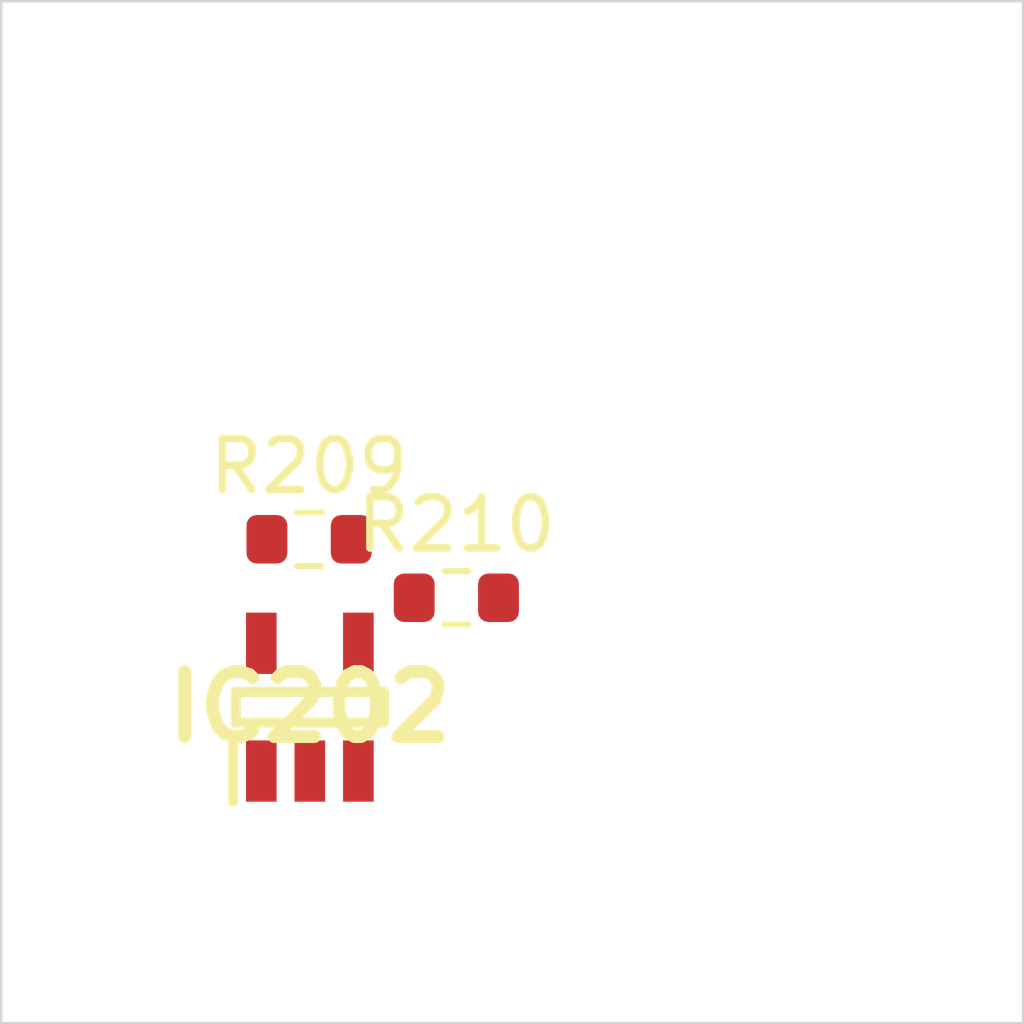
<source format=kicad_pcb>
 ( kicad_pcb  ( version 20171130 )
 ( host pcbnew 5.1.12-84ad8e8a86~92~ubuntu18.04.1 )
 ( general  ( thickness 1.6 )
 ( drawings 4 )
 ( tracks 0 )
 ( zones 0 )
 ( modules 3 )
 ( nets 5 )
)
 ( page A4 )
 ( layers  ( 0 F.Cu signal )
 ( 31 B.Cu signal )
 ( 32 B.Adhes user )
 ( 33 F.Adhes user )
 ( 34 B.Paste user )
 ( 35 F.Paste user )
 ( 36 B.SilkS user )
 ( 37 F.SilkS user )
 ( 38 B.Mask user )
 ( 39 F.Mask user )
 ( 40 Dwgs.User user )
 ( 41 Cmts.User user )
 ( 42 Eco1.User user )
 ( 43 Eco2.User user )
 ( 44 Edge.Cuts user )
 ( 45 Margin user )
 ( 46 B.CrtYd user )
 ( 47 F.CrtYd user )
 ( 48 B.Fab user )
 ( 49 F.Fab user )
)
 ( setup  ( last_trace_width 0.25 )
 ( trace_clearance 0.2 )
 ( zone_clearance 0.508 )
 ( zone_45_only no )
 ( trace_min 0.2 )
 ( via_size 0.8 )
 ( via_drill 0.4 )
 ( via_min_size 0.4 )
 ( via_min_drill 0.3 )
 ( uvia_size 0.3 )
 ( uvia_drill 0.1 )
 ( uvias_allowed no )
 ( uvia_min_size 0.2 )
 ( uvia_min_drill 0.1 )
 ( edge_width 0.05 )
 ( segment_width 0.2 )
 ( pcb_text_width 0.3 )
 ( pcb_text_size 1.5 1.5 )
 ( mod_edge_width 0.12 )
 ( mod_text_size 1 1 )
 ( mod_text_width 0.15 )
 ( pad_size 1.524 1.524 )
 ( pad_drill 0.762 )
 ( pad_to_mask_clearance 0 )
 ( aux_axis_origin 0 0 )
 ( visible_elements FFFFFF7F )
 ( pcbplotparams  ( layerselection 0x010fc_ffffffff )
 ( usegerberextensions false )
 ( usegerberattributes true )
 ( usegerberadvancedattributes true )
 ( creategerberjobfile true )
 ( excludeedgelayer true )
 ( linewidth 0.100000 )
 ( plotframeref false )
 ( viasonmask false )
 ( mode 1 )
 ( useauxorigin false )
 ( hpglpennumber 1 )
 ( hpglpenspeed 20 )
 ( hpglpendiameter 15.000000 )
 ( psnegative false )
 ( psa4output false )
 ( plotreference true )
 ( plotvalue true )
 ( plotinvisibletext false )
 ( padsonsilk false )
 ( subtractmaskfromsilk false )
 ( outputformat 1 )
 ( mirror false )
 ( drillshape 1 )
 ( scaleselection 1 )
 ( outputdirectory "" )
)
)
 ( net 0 "" )
 ( net 1 GND )
 ( net 2 VDDA )
 ( net 3 /Sheet6235D886/vp )
 ( net 4 "Net-(IC202-Pad3)" )
 ( net_class Default "This is the default net class."  ( clearance 0.2 )
 ( trace_width 0.25 )
 ( via_dia 0.8 )
 ( via_drill 0.4 )
 ( uvia_dia 0.3 )
 ( uvia_drill 0.1 )
 ( add_net /Sheet6235D886/vp )
 ( add_net GND )
 ( add_net "Net-(IC202-Pad3)" )
 ( add_net VDDA )
)
 ( module SOT95P280X145-5N locked  ( layer F.Cu )
 ( tedit 62336ED7 )
 ( tstamp 623423ED )
 ( at 86.038900 113.815000 90.000000 )
 ( descr DBV0005A )
 ( tags "Integrated Circuit" )
 ( path /6235D887/6266C08E )
 ( attr smd )
 ( fp_text reference IC202  ( at 0 0 )
 ( layer F.SilkS )
 ( effects  ( font  ( size 1.27 1.27 )
 ( thickness 0.254 )
)
)
)
 ( fp_text value TL071HIDBVR  ( at 0 0 )
 ( layer F.SilkS )
hide  ( effects  ( font  ( size 1.27 1.27 )
 ( thickness 0.254 )
)
)
)
 ( fp_line  ( start -1.85 -1.5 )
 ( end -0.65 -1.5 )
 ( layer F.SilkS )
 ( width 0.2 )
)
 ( fp_line  ( start -0.3 1.45 )
 ( end -0.3 -1.45 )
 ( layer F.SilkS )
 ( width 0.2 )
)
 ( fp_line  ( start 0.3 1.45 )
 ( end -0.3 1.45 )
 ( layer F.SilkS )
 ( width 0.2 )
)
 ( fp_line  ( start 0.3 -1.45 )
 ( end 0.3 1.45 )
 ( layer F.SilkS )
 ( width 0.2 )
)
 ( fp_line  ( start -0.3 -1.45 )
 ( end 0.3 -1.45 )
 ( layer F.SilkS )
 ( width 0.2 )
)
 ( fp_line  ( start -0.8 -0.5 )
 ( end 0.15 -1.45 )
 ( layer Dwgs.User )
 ( width 0.1 )
)
 ( fp_line  ( start -0.8 1.45 )
 ( end -0.8 -1.45 )
 ( layer Dwgs.User )
 ( width 0.1 )
)
 ( fp_line  ( start 0.8 1.45 )
 ( end -0.8 1.45 )
 ( layer Dwgs.User )
 ( width 0.1 )
)
 ( fp_line  ( start 0.8 -1.45 )
 ( end 0.8 1.45 )
 ( layer Dwgs.User )
 ( width 0.1 )
)
 ( fp_line  ( start -0.8 -1.45 )
 ( end 0.8 -1.45 )
 ( layer Dwgs.User )
 ( width 0.1 )
)
 ( fp_line  ( start -2.1 1.775 )
 ( end -2.1 -1.775 )
 ( layer Dwgs.User )
 ( width 0.05 )
)
 ( fp_line  ( start 2.1 1.775 )
 ( end -2.1 1.775 )
 ( layer Dwgs.User )
 ( width 0.05 )
)
 ( fp_line  ( start 2.1 -1.775 )
 ( end 2.1 1.775 )
 ( layer Dwgs.User )
 ( width 0.05 )
)
 ( fp_line  ( start -2.1 -1.775 )
 ( end 2.1 -1.775 )
 ( layer Dwgs.User )
 ( width 0.05 )
)
 ( pad 1 smd rect  ( at -1.25 -0.95 180.000000 )
 ( size 0.6 1.2 )
 ( layers F.Cu F.Mask F.Paste )
 ( net 3 /Sheet6235D886/vp )
)
 ( pad 2 smd rect  ( at -1.25 0 180.000000 )
 ( size 0.6 1.2 )
 ( layers F.Cu F.Mask F.Paste )
 ( net 1 GND )
)
 ( pad 3 smd rect  ( at -1.25 0.95 180.000000 )
 ( size 0.6 1.2 )
 ( layers F.Cu F.Mask F.Paste )
 ( net 4 "Net-(IC202-Pad3)" )
)
 ( pad 4 smd rect  ( at 1.25 0.95 180.000000 )
 ( size 0.6 1.2 )
 ( layers F.Cu F.Mask F.Paste )
 ( net 3 /Sheet6235D886/vp )
)
 ( pad 5 smd rect  ( at 1.25 -0.95 180.000000 )
 ( size 0.6 1.2 )
 ( layers F.Cu F.Mask F.Paste )
 ( net 2 VDDA )
)
)
 ( module Resistor_SMD:R_0603_1608Metric  ( layer F.Cu )
 ( tedit 5F68FEEE )
 ( tstamp 62342595 )
 ( at 86.023500 110.529000 )
 ( descr "Resistor SMD 0603 (1608 Metric), square (rectangular) end terminal, IPC_7351 nominal, (Body size source: IPC-SM-782 page 72, https://www.pcb-3d.com/wordpress/wp-content/uploads/ipc-sm-782a_amendment_1_and_2.pdf), generated with kicad-footprint-generator" )
 ( tags resistor )
 ( path /6235D887/623CDBD9 )
 ( attr smd )
 ( fp_text reference R209  ( at 0 -1.43 )
 ( layer F.SilkS )
 ( effects  ( font  ( size 1 1 )
 ( thickness 0.15 )
)
)
)
 ( fp_text value 100k  ( at 0 1.43 )
 ( layer F.Fab )
 ( effects  ( font  ( size 1 1 )
 ( thickness 0.15 )
)
)
)
 ( fp_line  ( start -0.8 0.4125 )
 ( end -0.8 -0.4125 )
 ( layer F.Fab )
 ( width 0.1 )
)
 ( fp_line  ( start -0.8 -0.4125 )
 ( end 0.8 -0.4125 )
 ( layer F.Fab )
 ( width 0.1 )
)
 ( fp_line  ( start 0.8 -0.4125 )
 ( end 0.8 0.4125 )
 ( layer F.Fab )
 ( width 0.1 )
)
 ( fp_line  ( start 0.8 0.4125 )
 ( end -0.8 0.4125 )
 ( layer F.Fab )
 ( width 0.1 )
)
 ( fp_line  ( start -0.237258 -0.5225 )
 ( end 0.237258 -0.5225 )
 ( layer F.SilkS )
 ( width 0.12 )
)
 ( fp_line  ( start -0.237258 0.5225 )
 ( end 0.237258 0.5225 )
 ( layer F.SilkS )
 ( width 0.12 )
)
 ( fp_line  ( start -1.48 0.73 )
 ( end -1.48 -0.73 )
 ( layer F.CrtYd )
 ( width 0.05 )
)
 ( fp_line  ( start -1.48 -0.73 )
 ( end 1.48 -0.73 )
 ( layer F.CrtYd )
 ( width 0.05 )
)
 ( fp_line  ( start 1.48 -0.73 )
 ( end 1.48 0.73 )
 ( layer F.CrtYd )
 ( width 0.05 )
)
 ( fp_line  ( start 1.48 0.73 )
 ( end -1.48 0.73 )
 ( layer F.CrtYd )
 ( width 0.05 )
)
 ( fp_text user %R  ( at 0 0 )
 ( layer F.Fab )
 ( effects  ( font  ( size 0.4 0.4 )
 ( thickness 0.06 )
)
)
)
 ( pad 1 smd roundrect  ( at -0.825 0 )
 ( size 0.8 0.95 )
 ( layers F.Cu F.Mask F.Paste )
 ( roundrect_rratio 0.25 )
 ( net 2 VDDA )
)
 ( pad 2 smd roundrect  ( at 0.825 0 )
 ( size 0.8 0.95 )
 ( layers F.Cu F.Mask F.Paste )
 ( roundrect_rratio 0.25 )
 ( net 4 "Net-(IC202-Pad3)" )
)
 ( model ${KISYS3DMOD}/Resistor_SMD.3dshapes/R_0603_1608Metric.wrl  ( at  ( xyz 0 0 0 )
)
 ( scale  ( xyz 1 1 1 )
)
 ( rotate  ( xyz 0 0 0 )
)
)
)
 ( module Resistor_SMD:R_0603_1608Metric  ( layer F.Cu )
 ( tedit 5F68FEEE )
 ( tstamp 623425A6 )
 ( at 88.906200 111.674000 )
 ( descr "Resistor SMD 0603 (1608 Metric), square (rectangular) end terminal, IPC_7351 nominal, (Body size source: IPC-SM-782 page 72, https://www.pcb-3d.com/wordpress/wp-content/uploads/ipc-sm-782a_amendment_1_and_2.pdf), generated with kicad-footprint-generator" )
 ( tags resistor )
 ( path /6235D887/623CDBDF )
 ( attr smd )
 ( fp_text reference R210  ( at 0 -1.43 )
 ( layer F.SilkS )
 ( effects  ( font  ( size 1 1 )
 ( thickness 0.15 )
)
)
)
 ( fp_text value 100k  ( at 0 1.43 )
 ( layer F.Fab )
 ( effects  ( font  ( size 1 1 )
 ( thickness 0.15 )
)
)
)
 ( fp_line  ( start 1.48 0.73 )
 ( end -1.48 0.73 )
 ( layer F.CrtYd )
 ( width 0.05 )
)
 ( fp_line  ( start 1.48 -0.73 )
 ( end 1.48 0.73 )
 ( layer F.CrtYd )
 ( width 0.05 )
)
 ( fp_line  ( start -1.48 -0.73 )
 ( end 1.48 -0.73 )
 ( layer F.CrtYd )
 ( width 0.05 )
)
 ( fp_line  ( start -1.48 0.73 )
 ( end -1.48 -0.73 )
 ( layer F.CrtYd )
 ( width 0.05 )
)
 ( fp_line  ( start -0.237258 0.5225 )
 ( end 0.237258 0.5225 )
 ( layer F.SilkS )
 ( width 0.12 )
)
 ( fp_line  ( start -0.237258 -0.5225 )
 ( end 0.237258 -0.5225 )
 ( layer F.SilkS )
 ( width 0.12 )
)
 ( fp_line  ( start 0.8 0.4125 )
 ( end -0.8 0.4125 )
 ( layer F.Fab )
 ( width 0.1 )
)
 ( fp_line  ( start 0.8 -0.4125 )
 ( end 0.8 0.4125 )
 ( layer F.Fab )
 ( width 0.1 )
)
 ( fp_line  ( start -0.8 -0.4125 )
 ( end 0.8 -0.4125 )
 ( layer F.Fab )
 ( width 0.1 )
)
 ( fp_line  ( start -0.8 0.4125 )
 ( end -0.8 -0.4125 )
 ( layer F.Fab )
 ( width 0.1 )
)
 ( fp_text user %R  ( at 0 0 )
 ( layer F.Fab )
 ( effects  ( font  ( size 0.4 0.4 )
 ( thickness 0.06 )
)
)
)
 ( pad 2 smd roundrect  ( at 0.825 0 )
 ( size 0.8 0.95 )
 ( layers F.Cu F.Mask F.Paste )
 ( roundrect_rratio 0.25 )
 ( net 1 GND )
)
 ( pad 1 smd roundrect  ( at -0.825 0 )
 ( size 0.8 0.95 )
 ( layers F.Cu F.Mask F.Paste )
 ( roundrect_rratio 0.25 )
 ( net 4 "Net-(IC202-Pad3)" )
)
 ( model ${KISYS3DMOD}/Resistor_SMD.3dshapes/R_0603_1608Metric.wrl  ( at  ( xyz 0 0 0 )
)
 ( scale  ( xyz 1 1 1 )
)
 ( rotate  ( xyz 0 0 0 )
)
)
)
 ( gr_line  ( start 100 100 )
 ( end 100 120 )
 ( layer Edge.Cuts )
 ( width 0.05 )
 ( tstamp 62E770C4 )
)
 ( gr_line  ( start 80 120 )
 ( end 100 120 )
 ( layer Edge.Cuts )
 ( width 0.05 )
 ( tstamp 62E770C0 )
)
 ( gr_line  ( start 80 100 )
 ( end 100 100 )
 ( layer Edge.Cuts )
 ( width 0.05 )
 ( tstamp 6234110C )
)
 ( gr_line  ( start 80 100 )
 ( end 80 120 )
 ( layer Edge.Cuts )
 ( width 0.05 )
)
)

</source>
